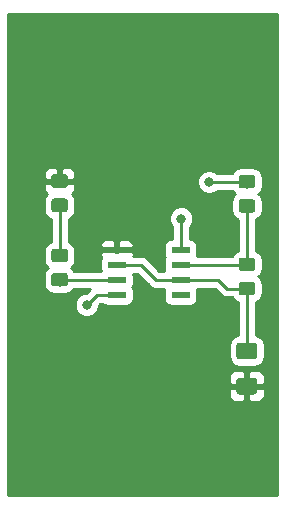
<source format=gbr>
G04 #@! TF.GenerationSoftware,KiCad,Pcbnew,(5.0.0)*
G04 #@! TF.CreationDate,2018-10-15T00:14:37+02:00*
G04 #@! TF.ProjectId,GettingToBlinky,47657474696E67546F426C696E6B792E,rev?*
G04 #@! TF.SameCoordinates,Original*
G04 #@! TF.FileFunction,Copper,L1,Top,Signal*
G04 #@! TF.FilePolarity,Positive*
%FSLAX46Y46*%
G04 Gerber Fmt 4.6, Leading zero omitted, Abs format (unit mm)*
G04 Created by KiCad (PCBNEW (5.0.0)) date 10/15/18 00:14:37*
%MOMM*%
%LPD*%
G01*
G04 APERTURE LIST*
G04 #@! TA.AperFunction,Conductor*
%ADD10C,0.100000*%
G04 #@! TD*
G04 #@! TA.AperFunction,SMDPad,CuDef*
%ADD11C,1.425000*%
G04 #@! TD*
G04 #@! TA.AperFunction,SMDPad,CuDef*
%ADD12C,1.150000*%
G04 #@! TD*
G04 #@! TA.AperFunction,SMDPad,CuDef*
%ADD13R,1.550000X0.600000*%
G04 #@! TD*
G04 #@! TA.AperFunction,ViaPad*
%ADD14C,0.800000*%
G04 #@! TD*
G04 #@! TA.AperFunction,Conductor*
%ADD15C,0.250000*%
G04 #@! TD*
G04 #@! TA.AperFunction,Conductor*
%ADD16C,0.254000*%
G04 #@! TD*
G04 APERTURE END LIST*
D10*
G04 #@! TO.N,GND*
G04 #@! TO.C,C1*
G36*
X195349504Y-128826204D02*
X195373773Y-128829804D01*
X195397571Y-128835765D01*
X195420671Y-128844030D01*
X195442849Y-128854520D01*
X195463893Y-128867133D01*
X195483598Y-128881747D01*
X195501777Y-128898223D01*
X195518253Y-128916402D01*
X195532867Y-128936107D01*
X195545480Y-128957151D01*
X195555970Y-128979329D01*
X195564235Y-129002429D01*
X195570196Y-129026227D01*
X195573796Y-129050496D01*
X195575000Y-129075000D01*
X195575000Y-130000000D01*
X195573796Y-130024504D01*
X195570196Y-130048773D01*
X195564235Y-130072571D01*
X195555970Y-130095671D01*
X195545480Y-130117849D01*
X195532867Y-130138893D01*
X195518253Y-130158598D01*
X195501777Y-130176777D01*
X195483598Y-130193253D01*
X195463893Y-130207867D01*
X195442849Y-130220480D01*
X195420671Y-130230970D01*
X195397571Y-130239235D01*
X195373773Y-130245196D01*
X195349504Y-130248796D01*
X195325000Y-130250000D01*
X194075000Y-130250000D01*
X194050496Y-130248796D01*
X194026227Y-130245196D01*
X194002429Y-130239235D01*
X193979329Y-130230970D01*
X193957151Y-130220480D01*
X193936107Y-130207867D01*
X193916402Y-130193253D01*
X193898223Y-130176777D01*
X193881747Y-130158598D01*
X193867133Y-130138893D01*
X193854520Y-130117849D01*
X193844030Y-130095671D01*
X193835765Y-130072571D01*
X193829804Y-130048773D01*
X193826204Y-130024504D01*
X193825000Y-130000000D01*
X193825000Y-129075000D01*
X193826204Y-129050496D01*
X193829804Y-129026227D01*
X193835765Y-129002429D01*
X193844030Y-128979329D01*
X193854520Y-128957151D01*
X193867133Y-128936107D01*
X193881747Y-128916402D01*
X193898223Y-128898223D01*
X193916402Y-128881747D01*
X193936107Y-128867133D01*
X193957151Y-128854520D01*
X193979329Y-128844030D01*
X194002429Y-128835765D01*
X194026227Y-128829804D01*
X194050496Y-128826204D01*
X194075000Y-128825000D01*
X195325000Y-128825000D01*
X195349504Y-128826204D01*
X195349504Y-128826204D01*
G37*
D11*
G04 #@! TD*
G04 #@! TO.P,C1,2*
G04 #@! TO.N,GND*
X194700000Y-129537500D03*
D10*
G04 #@! TO.N,Net-(C1-Pad1)*
G04 #@! TO.C,C1*
G36*
X195349504Y-125851204D02*
X195373773Y-125854804D01*
X195397571Y-125860765D01*
X195420671Y-125869030D01*
X195442849Y-125879520D01*
X195463893Y-125892133D01*
X195483598Y-125906747D01*
X195501777Y-125923223D01*
X195518253Y-125941402D01*
X195532867Y-125961107D01*
X195545480Y-125982151D01*
X195555970Y-126004329D01*
X195564235Y-126027429D01*
X195570196Y-126051227D01*
X195573796Y-126075496D01*
X195575000Y-126100000D01*
X195575000Y-127025000D01*
X195573796Y-127049504D01*
X195570196Y-127073773D01*
X195564235Y-127097571D01*
X195555970Y-127120671D01*
X195545480Y-127142849D01*
X195532867Y-127163893D01*
X195518253Y-127183598D01*
X195501777Y-127201777D01*
X195483598Y-127218253D01*
X195463893Y-127232867D01*
X195442849Y-127245480D01*
X195420671Y-127255970D01*
X195397571Y-127264235D01*
X195373773Y-127270196D01*
X195349504Y-127273796D01*
X195325000Y-127275000D01*
X194075000Y-127275000D01*
X194050496Y-127273796D01*
X194026227Y-127270196D01*
X194002429Y-127264235D01*
X193979329Y-127255970D01*
X193957151Y-127245480D01*
X193936107Y-127232867D01*
X193916402Y-127218253D01*
X193898223Y-127201777D01*
X193881747Y-127183598D01*
X193867133Y-127163893D01*
X193854520Y-127142849D01*
X193844030Y-127120671D01*
X193835765Y-127097571D01*
X193829804Y-127073773D01*
X193826204Y-127049504D01*
X193825000Y-127025000D01*
X193825000Y-126100000D01*
X193826204Y-126075496D01*
X193829804Y-126051227D01*
X193835765Y-126027429D01*
X193844030Y-126004329D01*
X193854520Y-125982151D01*
X193867133Y-125961107D01*
X193881747Y-125941402D01*
X193898223Y-125923223D01*
X193916402Y-125906747D01*
X193936107Y-125892133D01*
X193957151Y-125879520D01*
X193979329Y-125869030D01*
X194002429Y-125860765D01*
X194026227Y-125854804D01*
X194050496Y-125851204D01*
X194075000Y-125850000D01*
X195325000Y-125850000D01*
X195349504Y-125851204D01*
X195349504Y-125851204D01*
G37*
D11*
G04 #@! TD*
G04 #@! TO.P,C1,1*
G04 #@! TO.N,Net-(C1-Pad1)*
X194700000Y-126562500D03*
D10*
G04 #@! TO.N,Net-(D1-Pad2)*
G04 #@! TO.C,D1*
G36*
X179324505Y-113651204D02*
X179348773Y-113654804D01*
X179372572Y-113660765D01*
X179395671Y-113669030D01*
X179417850Y-113679520D01*
X179438893Y-113692132D01*
X179458599Y-113706747D01*
X179476777Y-113723223D01*
X179493253Y-113741401D01*
X179507868Y-113761107D01*
X179520480Y-113782150D01*
X179530970Y-113804329D01*
X179539235Y-113827428D01*
X179545196Y-113851227D01*
X179548796Y-113875495D01*
X179550000Y-113899999D01*
X179550000Y-114550001D01*
X179548796Y-114574505D01*
X179545196Y-114598773D01*
X179539235Y-114622572D01*
X179530970Y-114645671D01*
X179520480Y-114667850D01*
X179507868Y-114688893D01*
X179493253Y-114708599D01*
X179476777Y-114726777D01*
X179458599Y-114743253D01*
X179438893Y-114757868D01*
X179417850Y-114770480D01*
X179395671Y-114780970D01*
X179372572Y-114789235D01*
X179348773Y-114795196D01*
X179324505Y-114798796D01*
X179300001Y-114800000D01*
X178399999Y-114800000D01*
X178375495Y-114798796D01*
X178351227Y-114795196D01*
X178327428Y-114789235D01*
X178304329Y-114780970D01*
X178282150Y-114770480D01*
X178261107Y-114757868D01*
X178241401Y-114743253D01*
X178223223Y-114726777D01*
X178206747Y-114708599D01*
X178192132Y-114688893D01*
X178179520Y-114667850D01*
X178169030Y-114645671D01*
X178160765Y-114622572D01*
X178154804Y-114598773D01*
X178151204Y-114574505D01*
X178150000Y-114550001D01*
X178150000Y-113899999D01*
X178151204Y-113875495D01*
X178154804Y-113851227D01*
X178160765Y-113827428D01*
X178169030Y-113804329D01*
X178179520Y-113782150D01*
X178192132Y-113761107D01*
X178206747Y-113741401D01*
X178223223Y-113723223D01*
X178241401Y-113706747D01*
X178261107Y-113692132D01*
X178282150Y-113679520D01*
X178304329Y-113669030D01*
X178327428Y-113660765D01*
X178351227Y-113654804D01*
X178375495Y-113651204D01*
X178399999Y-113650000D01*
X179300001Y-113650000D01*
X179324505Y-113651204D01*
X179324505Y-113651204D01*
G37*
D12*
G04 #@! TD*
G04 #@! TO.P,D1,2*
G04 #@! TO.N,Net-(D1-Pad2)*
X178850000Y-114225000D03*
D10*
G04 #@! TO.N,GND*
G04 #@! TO.C,D1*
G36*
X179324505Y-111601204D02*
X179348773Y-111604804D01*
X179372572Y-111610765D01*
X179395671Y-111619030D01*
X179417850Y-111629520D01*
X179438893Y-111642132D01*
X179458599Y-111656747D01*
X179476777Y-111673223D01*
X179493253Y-111691401D01*
X179507868Y-111711107D01*
X179520480Y-111732150D01*
X179530970Y-111754329D01*
X179539235Y-111777428D01*
X179545196Y-111801227D01*
X179548796Y-111825495D01*
X179550000Y-111849999D01*
X179550000Y-112500001D01*
X179548796Y-112524505D01*
X179545196Y-112548773D01*
X179539235Y-112572572D01*
X179530970Y-112595671D01*
X179520480Y-112617850D01*
X179507868Y-112638893D01*
X179493253Y-112658599D01*
X179476777Y-112676777D01*
X179458599Y-112693253D01*
X179438893Y-112707868D01*
X179417850Y-112720480D01*
X179395671Y-112730970D01*
X179372572Y-112739235D01*
X179348773Y-112745196D01*
X179324505Y-112748796D01*
X179300001Y-112750000D01*
X178399999Y-112750000D01*
X178375495Y-112748796D01*
X178351227Y-112745196D01*
X178327428Y-112739235D01*
X178304329Y-112730970D01*
X178282150Y-112720480D01*
X178261107Y-112707868D01*
X178241401Y-112693253D01*
X178223223Y-112676777D01*
X178206747Y-112658599D01*
X178192132Y-112638893D01*
X178179520Y-112617850D01*
X178169030Y-112595671D01*
X178160765Y-112572572D01*
X178154804Y-112548773D01*
X178151204Y-112524505D01*
X178150000Y-112500001D01*
X178150000Y-111849999D01*
X178151204Y-111825495D01*
X178154804Y-111801227D01*
X178160765Y-111777428D01*
X178169030Y-111754329D01*
X178179520Y-111732150D01*
X178192132Y-111711107D01*
X178206747Y-111691401D01*
X178223223Y-111673223D01*
X178241401Y-111656747D01*
X178261107Y-111642132D01*
X178282150Y-111629520D01*
X178304329Y-111619030D01*
X178327428Y-111610765D01*
X178351227Y-111604804D01*
X178375495Y-111601204D01*
X178399999Y-111600000D01*
X179300001Y-111600000D01*
X179324505Y-111601204D01*
X179324505Y-111601204D01*
G37*
D12*
G04 #@! TD*
G04 #@! TO.P,D1,1*
G04 #@! TO.N,GND*
X178850000Y-112175000D03*
D10*
G04 #@! TO.N,Net-(R1-Pad2)*
G04 #@! TO.C,R1*
G36*
X195174505Y-113701204D02*
X195198773Y-113704804D01*
X195222572Y-113710765D01*
X195245671Y-113719030D01*
X195267850Y-113729520D01*
X195288893Y-113742132D01*
X195308599Y-113756747D01*
X195326777Y-113773223D01*
X195343253Y-113791401D01*
X195357868Y-113811107D01*
X195370480Y-113832150D01*
X195380970Y-113854329D01*
X195389235Y-113877428D01*
X195395196Y-113901227D01*
X195398796Y-113925495D01*
X195400000Y-113949999D01*
X195400000Y-114600001D01*
X195398796Y-114624505D01*
X195395196Y-114648773D01*
X195389235Y-114672572D01*
X195380970Y-114695671D01*
X195370480Y-114717850D01*
X195357868Y-114738893D01*
X195343253Y-114758599D01*
X195326777Y-114776777D01*
X195308599Y-114793253D01*
X195288893Y-114807868D01*
X195267850Y-114820480D01*
X195245671Y-114830970D01*
X195222572Y-114839235D01*
X195198773Y-114845196D01*
X195174505Y-114848796D01*
X195150001Y-114850000D01*
X194249999Y-114850000D01*
X194225495Y-114848796D01*
X194201227Y-114845196D01*
X194177428Y-114839235D01*
X194154329Y-114830970D01*
X194132150Y-114820480D01*
X194111107Y-114807868D01*
X194091401Y-114793253D01*
X194073223Y-114776777D01*
X194056747Y-114758599D01*
X194042132Y-114738893D01*
X194029520Y-114717850D01*
X194019030Y-114695671D01*
X194010765Y-114672572D01*
X194004804Y-114648773D01*
X194001204Y-114624505D01*
X194000000Y-114600001D01*
X194000000Y-113949999D01*
X194001204Y-113925495D01*
X194004804Y-113901227D01*
X194010765Y-113877428D01*
X194019030Y-113854329D01*
X194029520Y-113832150D01*
X194042132Y-113811107D01*
X194056747Y-113791401D01*
X194073223Y-113773223D01*
X194091401Y-113756747D01*
X194111107Y-113742132D01*
X194132150Y-113729520D01*
X194154329Y-113719030D01*
X194177428Y-113710765D01*
X194201227Y-113704804D01*
X194225495Y-113701204D01*
X194249999Y-113700000D01*
X195150001Y-113700000D01*
X195174505Y-113701204D01*
X195174505Y-113701204D01*
G37*
D12*
G04 #@! TD*
G04 #@! TO.P,R1,2*
G04 #@! TO.N,Net-(R1-Pad2)*
X194700000Y-114275000D03*
D10*
G04 #@! TO.N,/VDD*
G04 #@! TO.C,R1*
G36*
X195174505Y-111651204D02*
X195198773Y-111654804D01*
X195222572Y-111660765D01*
X195245671Y-111669030D01*
X195267850Y-111679520D01*
X195288893Y-111692132D01*
X195308599Y-111706747D01*
X195326777Y-111723223D01*
X195343253Y-111741401D01*
X195357868Y-111761107D01*
X195370480Y-111782150D01*
X195380970Y-111804329D01*
X195389235Y-111827428D01*
X195395196Y-111851227D01*
X195398796Y-111875495D01*
X195400000Y-111899999D01*
X195400000Y-112550001D01*
X195398796Y-112574505D01*
X195395196Y-112598773D01*
X195389235Y-112622572D01*
X195380970Y-112645671D01*
X195370480Y-112667850D01*
X195357868Y-112688893D01*
X195343253Y-112708599D01*
X195326777Y-112726777D01*
X195308599Y-112743253D01*
X195288893Y-112757868D01*
X195267850Y-112770480D01*
X195245671Y-112780970D01*
X195222572Y-112789235D01*
X195198773Y-112795196D01*
X195174505Y-112798796D01*
X195150001Y-112800000D01*
X194249999Y-112800000D01*
X194225495Y-112798796D01*
X194201227Y-112795196D01*
X194177428Y-112789235D01*
X194154329Y-112780970D01*
X194132150Y-112770480D01*
X194111107Y-112757868D01*
X194091401Y-112743253D01*
X194073223Y-112726777D01*
X194056747Y-112708599D01*
X194042132Y-112688893D01*
X194029520Y-112667850D01*
X194019030Y-112645671D01*
X194010765Y-112622572D01*
X194004804Y-112598773D01*
X194001204Y-112574505D01*
X194000000Y-112550001D01*
X194000000Y-111899999D01*
X194001204Y-111875495D01*
X194004804Y-111851227D01*
X194010765Y-111827428D01*
X194019030Y-111804329D01*
X194029520Y-111782150D01*
X194042132Y-111761107D01*
X194056747Y-111741401D01*
X194073223Y-111723223D01*
X194091401Y-111706747D01*
X194111107Y-111692132D01*
X194132150Y-111679520D01*
X194154329Y-111669030D01*
X194177428Y-111660765D01*
X194201227Y-111654804D01*
X194225495Y-111651204D01*
X194249999Y-111650000D01*
X195150001Y-111650000D01*
X195174505Y-111651204D01*
X195174505Y-111651204D01*
G37*
D12*
G04 #@! TD*
G04 #@! TO.P,R1,1*
G04 #@! TO.N,/VDD*
X194700000Y-112225000D03*
D10*
G04 #@! TO.N,Net-(C1-Pad1)*
G04 #@! TO.C,R2*
G36*
X195174505Y-120701204D02*
X195198773Y-120704804D01*
X195222572Y-120710765D01*
X195245671Y-120719030D01*
X195267850Y-120729520D01*
X195288893Y-120742132D01*
X195308599Y-120756747D01*
X195326777Y-120773223D01*
X195343253Y-120791401D01*
X195357868Y-120811107D01*
X195370480Y-120832150D01*
X195380970Y-120854329D01*
X195389235Y-120877428D01*
X195395196Y-120901227D01*
X195398796Y-120925495D01*
X195400000Y-120949999D01*
X195400000Y-121600001D01*
X195398796Y-121624505D01*
X195395196Y-121648773D01*
X195389235Y-121672572D01*
X195380970Y-121695671D01*
X195370480Y-121717850D01*
X195357868Y-121738893D01*
X195343253Y-121758599D01*
X195326777Y-121776777D01*
X195308599Y-121793253D01*
X195288893Y-121807868D01*
X195267850Y-121820480D01*
X195245671Y-121830970D01*
X195222572Y-121839235D01*
X195198773Y-121845196D01*
X195174505Y-121848796D01*
X195150001Y-121850000D01*
X194249999Y-121850000D01*
X194225495Y-121848796D01*
X194201227Y-121845196D01*
X194177428Y-121839235D01*
X194154329Y-121830970D01*
X194132150Y-121820480D01*
X194111107Y-121807868D01*
X194091401Y-121793253D01*
X194073223Y-121776777D01*
X194056747Y-121758599D01*
X194042132Y-121738893D01*
X194029520Y-121717850D01*
X194019030Y-121695671D01*
X194010765Y-121672572D01*
X194004804Y-121648773D01*
X194001204Y-121624505D01*
X194000000Y-121600001D01*
X194000000Y-120949999D01*
X194001204Y-120925495D01*
X194004804Y-120901227D01*
X194010765Y-120877428D01*
X194019030Y-120854329D01*
X194029520Y-120832150D01*
X194042132Y-120811107D01*
X194056747Y-120791401D01*
X194073223Y-120773223D01*
X194091401Y-120756747D01*
X194111107Y-120742132D01*
X194132150Y-120729520D01*
X194154329Y-120719030D01*
X194177428Y-120710765D01*
X194201227Y-120704804D01*
X194225495Y-120701204D01*
X194249999Y-120700000D01*
X195150001Y-120700000D01*
X195174505Y-120701204D01*
X195174505Y-120701204D01*
G37*
D12*
G04 #@! TD*
G04 #@! TO.P,R2,2*
G04 #@! TO.N,Net-(C1-Pad1)*
X194700000Y-121275000D03*
D10*
G04 #@! TO.N,Net-(R1-Pad2)*
G04 #@! TO.C,R2*
G36*
X195174505Y-118651204D02*
X195198773Y-118654804D01*
X195222572Y-118660765D01*
X195245671Y-118669030D01*
X195267850Y-118679520D01*
X195288893Y-118692132D01*
X195308599Y-118706747D01*
X195326777Y-118723223D01*
X195343253Y-118741401D01*
X195357868Y-118761107D01*
X195370480Y-118782150D01*
X195380970Y-118804329D01*
X195389235Y-118827428D01*
X195395196Y-118851227D01*
X195398796Y-118875495D01*
X195400000Y-118899999D01*
X195400000Y-119550001D01*
X195398796Y-119574505D01*
X195395196Y-119598773D01*
X195389235Y-119622572D01*
X195380970Y-119645671D01*
X195370480Y-119667850D01*
X195357868Y-119688893D01*
X195343253Y-119708599D01*
X195326777Y-119726777D01*
X195308599Y-119743253D01*
X195288893Y-119757868D01*
X195267850Y-119770480D01*
X195245671Y-119780970D01*
X195222572Y-119789235D01*
X195198773Y-119795196D01*
X195174505Y-119798796D01*
X195150001Y-119800000D01*
X194249999Y-119800000D01*
X194225495Y-119798796D01*
X194201227Y-119795196D01*
X194177428Y-119789235D01*
X194154329Y-119780970D01*
X194132150Y-119770480D01*
X194111107Y-119757868D01*
X194091401Y-119743253D01*
X194073223Y-119726777D01*
X194056747Y-119708599D01*
X194042132Y-119688893D01*
X194029520Y-119667850D01*
X194019030Y-119645671D01*
X194010765Y-119622572D01*
X194004804Y-119598773D01*
X194001204Y-119574505D01*
X194000000Y-119550001D01*
X194000000Y-118899999D01*
X194001204Y-118875495D01*
X194004804Y-118851227D01*
X194010765Y-118827428D01*
X194019030Y-118804329D01*
X194029520Y-118782150D01*
X194042132Y-118761107D01*
X194056747Y-118741401D01*
X194073223Y-118723223D01*
X194091401Y-118706747D01*
X194111107Y-118692132D01*
X194132150Y-118679520D01*
X194154329Y-118669030D01*
X194177428Y-118660765D01*
X194201227Y-118654804D01*
X194225495Y-118651204D01*
X194249999Y-118650000D01*
X195150001Y-118650000D01*
X195174505Y-118651204D01*
X195174505Y-118651204D01*
G37*
D12*
G04 #@! TD*
G04 #@! TO.P,R2,1*
G04 #@! TO.N,Net-(R1-Pad2)*
X194700000Y-119225000D03*
D10*
G04 #@! TO.N,Net-(R3-Pad1)*
G04 #@! TO.C,R3*
G36*
X179324505Y-119951204D02*
X179348773Y-119954804D01*
X179372572Y-119960765D01*
X179395671Y-119969030D01*
X179417850Y-119979520D01*
X179438893Y-119992132D01*
X179458599Y-120006747D01*
X179476777Y-120023223D01*
X179493253Y-120041401D01*
X179507868Y-120061107D01*
X179520480Y-120082150D01*
X179530970Y-120104329D01*
X179539235Y-120127428D01*
X179545196Y-120151227D01*
X179548796Y-120175495D01*
X179550000Y-120199999D01*
X179550000Y-120850001D01*
X179548796Y-120874505D01*
X179545196Y-120898773D01*
X179539235Y-120922572D01*
X179530970Y-120945671D01*
X179520480Y-120967850D01*
X179507868Y-120988893D01*
X179493253Y-121008599D01*
X179476777Y-121026777D01*
X179458599Y-121043253D01*
X179438893Y-121057868D01*
X179417850Y-121070480D01*
X179395671Y-121080970D01*
X179372572Y-121089235D01*
X179348773Y-121095196D01*
X179324505Y-121098796D01*
X179300001Y-121100000D01*
X178399999Y-121100000D01*
X178375495Y-121098796D01*
X178351227Y-121095196D01*
X178327428Y-121089235D01*
X178304329Y-121080970D01*
X178282150Y-121070480D01*
X178261107Y-121057868D01*
X178241401Y-121043253D01*
X178223223Y-121026777D01*
X178206747Y-121008599D01*
X178192132Y-120988893D01*
X178179520Y-120967850D01*
X178169030Y-120945671D01*
X178160765Y-120922572D01*
X178154804Y-120898773D01*
X178151204Y-120874505D01*
X178150000Y-120850001D01*
X178150000Y-120199999D01*
X178151204Y-120175495D01*
X178154804Y-120151227D01*
X178160765Y-120127428D01*
X178169030Y-120104329D01*
X178179520Y-120082150D01*
X178192132Y-120061107D01*
X178206747Y-120041401D01*
X178223223Y-120023223D01*
X178241401Y-120006747D01*
X178261107Y-119992132D01*
X178282150Y-119979520D01*
X178304329Y-119969030D01*
X178327428Y-119960765D01*
X178351227Y-119954804D01*
X178375495Y-119951204D01*
X178399999Y-119950000D01*
X179300001Y-119950000D01*
X179324505Y-119951204D01*
X179324505Y-119951204D01*
G37*
D12*
G04 #@! TD*
G04 #@! TO.P,R3,1*
G04 #@! TO.N,Net-(R3-Pad1)*
X178850000Y-120525000D03*
D10*
G04 #@! TO.N,Net-(D1-Pad2)*
G04 #@! TO.C,R3*
G36*
X179324505Y-117901204D02*
X179348773Y-117904804D01*
X179372572Y-117910765D01*
X179395671Y-117919030D01*
X179417850Y-117929520D01*
X179438893Y-117942132D01*
X179458599Y-117956747D01*
X179476777Y-117973223D01*
X179493253Y-117991401D01*
X179507868Y-118011107D01*
X179520480Y-118032150D01*
X179530970Y-118054329D01*
X179539235Y-118077428D01*
X179545196Y-118101227D01*
X179548796Y-118125495D01*
X179550000Y-118149999D01*
X179550000Y-118800001D01*
X179548796Y-118824505D01*
X179545196Y-118848773D01*
X179539235Y-118872572D01*
X179530970Y-118895671D01*
X179520480Y-118917850D01*
X179507868Y-118938893D01*
X179493253Y-118958599D01*
X179476777Y-118976777D01*
X179458599Y-118993253D01*
X179438893Y-119007868D01*
X179417850Y-119020480D01*
X179395671Y-119030970D01*
X179372572Y-119039235D01*
X179348773Y-119045196D01*
X179324505Y-119048796D01*
X179300001Y-119050000D01*
X178399999Y-119050000D01*
X178375495Y-119048796D01*
X178351227Y-119045196D01*
X178327428Y-119039235D01*
X178304329Y-119030970D01*
X178282150Y-119020480D01*
X178261107Y-119007868D01*
X178241401Y-118993253D01*
X178223223Y-118976777D01*
X178206747Y-118958599D01*
X178192132Y-118938893D01*
X178179520Y-118917850D01*
X178169030Y-118895671D01*
X178160765Y-118872572D01*
X178154804Y-118848773D01*
X178151204Y-118824505D01*
X178150000Y-118800001D01*
X178150000Y-118149999D01*
X178151204Y-118125495D01*
X178154804Y-118101227D01*
X178160765Y-118077428D01*
X178169030Y-118054329D01*
X178179520Y-118032150D01*
X178192132Y-118011107D01*
X178206747Y-117991401D01*
X178223223Y-117973223D01*
X178241401Y-117956747D01*
X178261107Y-117942132D01*
X178282150Y-117929520D01*
X178304329Y-117919030D01*
X178327428Y-117910765D01*
X178351227Y-117904804D01*
X178375495Y-117901204D01*
X178399999Y-117900000D01*
X179300001Y-117900000D01*
X179324505Y-117901204D01*
X179324505Y-117901204D01*
G37*
D12*
G04 #@! TD*
G04 #@! TO.P,R3,2*
G04 #@! TO.N,Net-(D1-Pad2)*
X178850000Y-118475000D03*
D13*
G04 #@! TO.P,U1,1*
G04 #@! TO.N,GND*
X183700000Y-117995000D03*
G04 #@! TO.P,U1,2*
G04 #@! TO.N,Net-(C1-Pad1)*
X183700000Y-119265000D03*
G04 #@! TO.P,U1,3*
G04 #@! TO.N,Net-(R3-Pad1)*
X183700000Y-120535000D03*
G04 #@! TO.P,U1,4*
G04 #@! TO.N,/VDD*
X183700000Y-121805000D03*
G04 #@! TO.P,U1,5*
G04 #@! TO.N,Net-(U1-Pad5)*
X189100000Y-121805000D03*
G04 #@! TO.P,U1,6*
G04 #@! TO.N,Net-(C1-Pad1)*
X189100000Y-120535000D03*
G04 #@! TO.P,U1,7*
G04 #@! TO.N,Net-(R1-Pad2)*
X189100000Y-119265000D03*
G04 #@! TO.P,U1,8*
G04 #@! TO.N,/VDD*
X189100000Y-117995000D03*
G04 #@! TD*
D14*
G04 #@! TO.N,/VDD*
X189150000Y-115350000D03*
X191500000Y-112250000D03*
X181150000Y-122650000D03*
G04 #@! TO.N,GND*
X185900000Y-129200000D03*
G04 #@! TD*
D15*
G04 #@! TO.N,/VDD*
X189100000Y-117995000D02*
X189100000Y-115400000D01*
X189100000Y-115400000D02*
X189150000Y-115350000D01*
X194700000Y-112225000D02*
X191525000Y-112225000D01*
X191525000Y-112225000D02*
X191500000Y-112250000D01*
X183700000Y-121805000D02*
X181995000Y-121805000D01*
X181995000Y-121805000D02*
X181150000Y-122650000D01*
G04 #@! TO.N,Net-(C1-Pad1)*
X194700000Y-121275000D02*
X194700000Y-126562500D01*
X183700000Y-119265000D02*
X185715000Y-119265000D01*
X186985000Y-120535000D02*
X189100000Y-120535000D01*
X185715000Y-119265000D02*
X186985000Y-120535000D01*
X189100000Y-120535000D02*
X192300000Y-120535000D01*
X193040000Y-121275000D02*
X194700000Y-121275000D01*
X192300000Y-120535000D02*
X193040000Y-121275000D01*
G04 #@! TO.N,Net-(D1-Pad2)*
X178850000Y-114225000D02*
X178850000Y-118475000D01*
G04 #@! TO.N,Net-(R1-Pad2)*
X189100000Y-119265000D02*
X194660000Y-119265000D01*
X194660000Y-119265000D02*
X194700000Y-119225000D01*
X194700000Y-114275000D02*
X194700000Y-119225000D01*
G04 #@! TO.N,Net-(R3-Pad1)*
X183700000Y-120535000D02*
X178860000Y-120535000D01*
X178860000Y-120535000D02*
X178850000Y-120525000D01*
G04 #@! TD*
D16*
G04 #@! TO.N,GND*
G36*
X197290001Y-138790000D02*
X174510000Y-138790000D01*
X174510000Y-129823250D01*
X193190000Y-129823250D01*
X193190000Y-130376309D01*
X193286673Y-130609698D01*
X193465301Y-130788327D01*
X193698690Y-130885000D01*
X194414250Y-130885000D01*
X194573000Y-130726250D01*
X194573000Y-129664500D01*
X194827000Y-129664500D01*
X194827000Y-130726250D01*
X194985750Y-130885000D01*
X195701310Y-130885000D01*
X195934699Y-130788327D01*
X196113327Y-130609698D01*
X196210000Y-130376309D01*
X196210000Y-129823250D01*
X196051250Y-129664500D01*
X194827000Y-129664500D01*
X194573000Y-129664500D01*
X193348750Y-129664500D01*
X193190000Y-129823250D01*
X174510000Y-129823250D01*
X174510000Y-128698691D01*
X193190000Y-128698691D01*
X193190000Y-129251750D01*
X193348750Y-129410500D01*
X194573000Y-129410500D01*
X194573000Y-128348750D01*
X194827000Y-128348750D01*
X194827000Y-129410500D01*
X196051250Y-129410500D01*
X196210000Y-129251750D01*
X196210000Y-128698691D01*
X196113327Y-128465302D01*
X195934699Y-128286673D01*
X195701310Y-128190000D01*
X194985750Y-128190000D01*
X194827000Y-128348750D01*
X194573000Y-128348750D01*
X194414250Y-128190000D01*
X193698690Y-128190000D01*
X193465301Y-128286673D01*
X193286673Y-128465302D01*
X193190000Y-128698691D01*
X174510000Y-128698691D01*
X174510000Y-113899999D01*
X177502560Y-113899999D01*
X177502560Y-114550001D01*
X177570873Y-114893436D01*
X177765414Y-115184586D01*
X178056564Y-115379127D01*
X178090000Y-115385778D01*
X178090001Y-117314222D01*
X178056564Y-117320873D01*
X177765414Y-117515414D01*
X177570873Y-117806564D01*
X177502560Y-118149999D01*
X177502560Y-118800001D01*
X177570873Y-119143436D01*
X177765414Y-119434586D01*
X177863313Y-119500000D01*
X177765414Y-119565414D01*
X177570873Y-119856564D01*
X177502560Y-120199999D01*
X177502560Y-120850001D01*
X177570873Y-121193436D01*
X177765414Y-121484586D01*
X178056564Y-121679127D01*
X178399999Y-121747440D01*
X179300001Y-121747440D01*
X179643436Y-121679127D01*
X179934586Y-121484586D01*
X180061264Y-121295000D01*
X181421728Y-121295000D01*
X181404673Y-121320525D01*
X181110198Y-121615000D01*
X180944126Y-121615000D01*
X180563720Y-121772569D01*
X180272569Y-122063720D01*
X180115000Y-122444126D01*
X180115000Y-122855874D01*
X180272569Y-123236280D01*
X180563720Y-123527431D01*
X180944126Y-123685000D01*
X181355874Y-123685000D01*
X181736280Y-123527431D01*
X182027431Y-123236280D01*
X182185000Y-122855874D01*
X182185000Y-122689802D01*
X182309802Y-122565000D01*
X182470470Y-122565000D01*
X182677235Y-122703157D01*
X182925000Y-122752440D01*
X184475000Y-122752440D01*
X184722765Y-122703157D01*
X184932809Y-122562809D01*
X185073157Y-122352765D01*
X185122440Y-122105000D01*
X185122440Y-121505000D01*
X185073157Y-121257235D01*
X185014868Y-121170000D01*
X185073157Y-121082765D01*
X185122440Y-120835000D01*
X185122440Y-120235000D01*
X185080669Y-120025000D01*
X185400199Y-120025000D01*
X186394670Y-121019472D01*
X186437071Y-121082929D01*
X186688463Y-121250904D01*
X186910148Y-121295000D01*
X186910152Y-121295000D01*
X186984999Y-121309888D01*
X187059846Y-121295000D01*
X187719331Y-121295000D01*
X187677560Y-121505000D01*
X187677560Y-122105000D01*
X187726843Y-122352765D01*
X187867191Y-122562809D01*
X188077235Y-122703157D01*
X188325000Y-122752440D01*
X189875000Y-122752440D01*
X190122765Y-122703157D01*
X190332809Y-122562809D01*
X190473157Y-122352765D01*
X190522440Y-122105000D01*
X190522440Y-121505000D01*
X190480669Y-121295000D01*
X191985199Y-121295000D01*
X192449671Y-121759473D01*
X192492071Y-121822929D01*
X192743463Y-121990904D01*
X192965148Y-122035000D01*
X192965152Y-122035000D01*
X193039999Y-122049888D01*
X193114846Y-122035000D01*
X193482054Y-122035000D01*
X193615414Y-122234586D01*
X193906564Y-122429127D01*
X193940000Y-122435778D01*
X193940001Y-125229413D01*
X193731565Y-125270874D01*
X193440414Y-125465414D01*
X193245874Y-125756565D01*
X193177560Y-126100000D01*
X193177560Y-127025000D01*
X193245874Y-127368435D01*
X193440414Y-127659586D01*
X193731565Y-127854126D01*
X194075000Y-127922440D01*
X195325000Y-127922440D01*
X195668435Y-127854126D01*
X195959586Y-127659586D01*
X196154126Y-127368435D01*
X196222440Y-127025000D01*
X196222440Y-126100000D01*
X196154126Y-125756565D01*
X195959586Y-125465414D01*
X195668435Y-125270874D01*
X195460000Y-125229413D01*
X195460000Y-122435778D01*
X195493436Y-122429127D01*
X195784586Y-122234586D01*
X195979127Y-121943436D01*
X196047440Y-121600001D01*
X196047440Y-120949999D01*
X195979127Y-120606564D01*
X195784586Y-120315414D01*
X195686687Y-120250000D01*
X195784586Y-120184586D01*
X195979127Y-119893436D01*
X196047440Y-119550001D01*
X196047440Y-118899999D01*
X195979127Y-118556564D01*
X195784586Y-118265414D01*
X195493436Y-118070873D01*
X195460000Y-118064222D01*
X195460000Y-115435778D01*
X195493436Y-115429127D01*
X195784586Y-115234586D01*
X195979127Y-114943436D01*
X196047440Y-114600001D01*
X196047440Y-113949999D01*
X195979127Y-113606564D01*
X195784586Y-113315414D01*
X195686687Y-113250000D01*
X195784586Y-113184586D01*
X195979127Y-112893436D01*
X196047440Y-112550001D01*
X196047440Y-111899999D01*
X195979127Y-111556564D01*
X195784586Y-111265414D01*
X195493436Y-111070873D01*
X195150001Y-111002560D01*
X194249999Y-111002560D01*
X193906564Y-111070873D01*
X193615414Y-111265414D01*
X193482054Y-111465000D01*
X192178711Y-111465000D01*
X192086280Y-111372569D01*
X191705874Y-111215000D01*
X191294126Y-111215000D01*
X190913720Y-111372569D01*
X190622569Y-111663720D01*
X190465000Y-112044126D01*
X190465000Y-112455874D01*
X190622569Y-112836280D01*
X190913720Y-113127431D01*
X191294126Y-113285000D01*
X191705874Y-113285000D01*
X192086280Y-113127431D01*
X192228711Y-112985000D01*
X193482054Y-112985000D01*
X193615414Y-113184586D01*
X193713313Y-113250000D01*
X193615414Y-113315414D01*
X193420873Y-113606564D01*
X193352560Y-113949999D01*
X193352560Y-114600001D01*
X193420873Y-114943436D01*
X193615414Y-115234586D01*
X193906564Y-115429127D01*
X193940000Y-115435778D01*
X193940001Y-118064222D01*
X193906564Y-118070873D01*
X193615414Y-118265414D01*
X193455327Y-118505000D01*
X190480669Y-118505000D01*
X190522440Y-118295000D01*
X190522440Y-117695000D01*
X190473157Y-117447235D01*
X190332809Y-117237191D01*
X190122765Y-117096843D01*
X189875000Y-117047560D01*
X189860000Y-117047560D01*
X189860000Y-116103711D01*
X190027431Y-115936280D01*
X190185000Y-115555874D01*
X190185000Y-115144126D01*
X190027431Y-114763720D01*
X189736280Y-114472569D01*
X189355874Y-114315000D01*
X188944126Y-114315000D01*
X188563720Y-114472569D01*
X188272569Y-114763720D01*
X188115000Y-115144126D01*
X188115000Y-115555874D01*
X188272569Y-115936280D01*
X188340001Y-116003712D01*
X188340000Y-117047560D01*
X188325000Y-117047560D01*
X188077235Y-117096843D01*
X187867191Y-117237191D01*
X187726843Y-117447235D01*
X187677560Y-117695000D01*
X187677560Y-118295000D01*
X187726843Y-118542765D01*
X187785132Y-118630000D01*
X187726843Y-118717235D01*
X187677560Y-118965000D01*
X187677560Y-119565000D01*
X187719331Y-119775000D01*
X187299802Y-119775000D01*
X186305331Y-118780530D01*
X186262929Y-118717071D01*
X186011537Y-118549096D01*
X185789852Y-118505000D01*
X185789847Y-118505000D01*
X185715000Y-118490112D01*
X185640153Y-118505000D01*
X185075334Y-118505000D01*
X185110000Y-118421310D01*
X185110000Y-118280750D01*
X184951250Y-118122000D01*
X183827000Y-118122000D01*
X183827000Y-118142000D01*
X183573000Y-118142000D01*
X183573000Y-118122000D01*
X182448750Y-118122000D01*
X182290000Y-118280750D01*
X182290000Y-118421310D01*
X182379768Y-118638028D01*
X182326843Y-118717235D01*
X182277560Y-118965000D01*
X182277560Y-119565000D01*
X182319331Y-119775000D01*
X180074627Y-119775000D01*
X179934586Y-119565414D01*
X179836687Y-119500000D01*
X179934586Y-119434586D01*
X180129127Y-119143436D01*
X180197440Y-118800001D01*
X180197440Y-118149999D01*
X180129127Y-117806564D01*
X179970185Y-117568690D01*
X182290000Y-117568690D01*
X182290000Y-117709250D01*
X182448750Y-117868000D01*
X183573000Y-117868000D01*
X183573000Y-117218750D01*
X183827000Y-117218750D01*
X183827000Y-117868000D01*
X184951250Y-117868000D01*
X185110000Y-117709250D01*
X185110000Y-117568690D01*
X185013327Y-117335301D01*
X184834698Y-117156673D01*
X184601309Y-117060000D01*
X183985750Y-117060000D01*
X183827000Y-117218750D01*
X183573000Y-117218750D01*
X183414250Y-117060000D01*
X182798691Y-117060000D01*
X182565302Y-117156673D01*
X182386673Y-117335301D01*
X182290000Y-117568690D01*
X179970185Y-117568690D01*
X179934586Y-117515414D01*
X179643436Y-117320873D01*
X179610000Y-117314222D01*
X179610000Y-115385778D01*
X179643436Y-115379127D01*
X179934586Y-115184586D01*
X180129127Y-114893436D01*
X180197440Y-114550001D01*
X180197440Y-113899999D01*
X180129127Y-113556564D01*
X179934586Y-113265414D01*
X179933403Y-113264623D01*
X180088327Y-113109698D01*
X180185000Y-112876309D01*
X180185000Y-112460750D01*
X180026250Y-112302000D01*
X178977000Y-112302000D01*
X178977000Y-112322000D01*
X178723000Y-112322000D01*
X178723000Y-112302000D01*
X177673750Y-112302000D01*
X177515000Y-112460750D01*
X177515000Y-112876309D01*
X177611673Y-113109698D01*
X177766597Y-113264623D01*
X177765414Y-113265414D01*
X177570873Y-113556564D01*
X177502560Y-113899999D01*
X174510000Y-113899999D01*
X174510000Y-111473691D01*
X177515000Y-111473691D01*
X177515000Y-111889250D01*
X177673750Y-112048000D01*
X178723000Y-112048000D01*
X178723000Y-111123750D01*
X178977000Y-111123750D01*
X178977000Y-112048000D01*
X180026250Y-112048000D01*
X180185000Y-111889250D01*
X180185000Y-111473691D01*
X180088327Y-111240302D01*
X179909699Y-111061673D01*
X179676310Y-110965000D01*
X179135750Y-110965000D01*
X178977000Y-111123750D01*
X178723000Y-111123750D01*
X178564250Y-110965000D01*
X178023690Y-110965000D01*
X177790301Y-111061673D01*
X177611673Y-111240302D01*
X177515000Y-111473691D01*
X174510000Y-111473691D01*
X174510000Y-98010000D01*
X197290000Y-98010000D01*
X197290001Y-138790000D01*
X197290001Y-138790000D01*
G37*
X197290001Y-138790000D02*
X174510000Y-138790000D01*
X174510000Y-129823250D01*
X193190000Y-129823250D01*
X193190000Y-130376309D01*
X193286673Y-130609698D01*
X193465301Y-130788327D01*
X193698690Y-130885000D01*
X194414250Y-130885000D01*
X194573000Y-130726250D01*
X194573000Y-129664500D01*
X194827000Y-129664500D01*
X194827000Y-130726250D01*
X194985750Y-130885000D01*
X195701310Y-130885000D01*
X195934699Y-130788327D01*
X196113327Y-130609698D01*
X196210000Y-130376309D01*
X196210000Y-129823250D01*
X196051250Y-129664500D01*
X194827000Y-129664500D01*
X194573000Y-129664500D01*
X193348750Y-129664500D01*
X193190000Y-129823250D01*
X174510000Y-129823250D01*
X174510000Y-128698691D01*
X193190000Y-128698691D01*
X193190000Y-129251750D01*
X193348750Y-129410500D01*
X194573000Y-129410500D01*
X194573000Y-128348750D01*
X194827000Y-128348750D01*
X194827000Y-129410500D01*
X196051250Y-129410500D01*
X196210000Y-129251750D01*
X196210000Y-128698691D01*
X196113327Y-128465302D01*
X195934699Y-128286673D01*
X195701310Y-128190000D01*
X194985750Y-128190000D01*
X194827000Y-128348750D01*
X194573000Y-128348750D01*
X194414250Y-128190000D01*
X193698690Y-128190000D01*
X193465301Y-128286673D01*
X193286673Y-128465302D01*
X193190000Y-128698691D01*
X174510000Y-128698691D01*
X174510000Y-113899999D01*
X177502560Y-113899999D01*
X177502560Y-114550001D01*
X177570873Y-114893436D01*
X177765414Y-115184586D01*
X178056564Y-115379127D01*
X178090000Y-115385778D01*
X178090001Y-117314222D01*
X178056564Y-117320873D01*
X177765414Y-117515414D01*
X177570873Y-117806564D01*
X177502560Y-118149999D01*
X177502560Y-118800001D01*
X177570873Y-119143436D01*
X177765414Y-119434586D01*
X177863313Y-119500000D01*
X177765414Y-119565414D01*
X177570873Y-119856564D01*
X177502560Y-120199999D01*
X177502560Y-120850001D01*
X177570873Y-121193436D01*
X177765414Y-121484586D01*
X178056564Y-121679127D01*
X178399999Y-121747440D01*
X179300001Y-121747440D01*
X179643436Y-121679127D01*
X179934586Y-121484586D01*
X180061264Y-121295000D01*
X181421728Y-121295000D01*
X181404673Y-121320525D01*
X181110198Y-121615000D01*
X180944126Y-121615000D01*
X180563720Y-121772569D01*
X180272569Y-122063720D01*
X180115000Y-122444126D01*
X180115000Y-122855874D01*
X180272569Y-123236280D01*
X180563720Y-123527431D01*
X180944126Y-123685000D01*
X181355874Y-123685000D01*
X181736280Y-123527431D01*
X182027431Y-123236280D01*
X182185000Y-122855874D01*
X182185000Y-122689802D01*
X182309802Y-122565000D01*
X182470470Y-122565000D01*
X182677235Y-122703157D01*
X182925000Y-122752440D01*
X184475000Y-122752440D01*
X184722765Y-122703157D01*
X184932809Y-122562809D01*
X185073157Y-122352765D01*
X185122440Y-122105000D01*
X185122440Y-121505000D01*
X185073157Y-121257235D01*
X185014868Y-121170000D01*
X185073157Y-121082765D01*
X185122440Y-120835000D01*
X185122440Y-120235000D01*
X185080669Y-120025000D01*
X185400199Y-120025000D01*
X186394670Y-121019472D01*
X186437071Y-121082929D01*
X186688463Y-121250904D01*
X186910148Y-121295000D01*
X186910152Y-121295000D01*
X186984999Y-121309888D01*
X187059846Y-121295000D01*
X187719331Y-121295000D01*
X187677560Y-121505000D01*
X187677560Y-122105000D01*
X187726843Y-122352765D01*
X187867191Y-122562809D01*
X188077235Y-122703157D01*
X188325000Y-122752440D01*
X189875000Y-122752440D01*
X190122765Y-122703157D01*
X190332809Y-122562809D01*
X190473157Y-122352765D01*
X190522440Y-122105000D01*
X190522440Y-121505000D01*
X190480669Y-121295000D01*
X191985199Y-121295000D01*
X192449671Y-121759473D01*
X192492071Y-121822929D01*
X192743463Y-121990904D01*
X192965148Y-122035000D01*
X192965152Y-122035000D01*
X193039999Y-122049888D01*
X193114846Y-122035000D01*
X193482054Y-122035000D01*
X193615414Y-122234586D01*
X193906564Y-122429127D01*
X193940000Y-122435778D01*
X193940001Y-125229413D01*
X193731565Y-125270874D01*
X193440414Y-125465414D01*
X193245874Y-125756565D01*
X193177560Y-126100000D01*
X193177560Y-127025000D01*
X193245874Y-127368435D01*
X193440414Y-127659586D01*
X193731565Y-127854126D01*
X194075000Y-127922440D01*
X195325000Y-127922440D01*
X195668435Y-127854126D01*
X195959586Y-127659586D01*
X196154126Y-127368435D01*
X196222440Y-127025000D01*
X196222440Y-126100000D01*
X196154126Y-125756565D01*
X195959586Y-125465414D01*
X195668435Y-125270874D01*
X195460000Y-125229413D01*
X195460000Y-122435778D01*
X195493436Y-122429127D01*
X195784586Y-122234586D01*
X195979127Y-121943436D01*
X196047440Y-121600001D01*
X196047440Y-120949999D01*
X195979127Y-120606564D01*
X195784586Y-120315414D01*
X195686687Y-120250000D01*
X195784586Y-120184586D01*
X195979127Y-119893436D01*
X196047440Y-119550001D01*
X196047440Y-118899999D01*
X195979127Y-118556564D01*
X195784586Y-118265414D01*
X195493436Y-118070873D01*
X195460000Y-118064222D01*
X195460000Y-115435778D01*
X195493436Y-115429127D01*
X195784586Y-115234586D01*
X195979127Y-114943436D01*
X196047440Y-114600001D01*
X196047440Y-113949999D01*
X195979127Y-113606564D01*
X195784586Y-113315414D01*
X195686687Y-113250000D01*
X195784586Y-113184586D01*
X195979127Y-112893436D01*
X196047440Y-112550001D01*
X196047440Y-111899999D01*
X195979127Y-111556564D01*
X195784586Y-111265414D01*
X195493436Y-111070873D01*
X195150001Y-111002560D01*
X194249999Y-111002560D01*
X193906564Y-111070873D01*
X193615414Y-111265414D01*
X193482054Y-111465000D01*
X192178711Y-111465000D01*
X192086280Y-111372569D01*
X191705874Y-111215000D01*
X191294126Y-111215000D01*
X190913720Y-111372569D01*
X190622569Y-111663720D01*
X190465000Y-112044126D01*
X190465000Y-112455874D01*
X190622569Y-112836280D01*
X190913720Y-113127431D01*
X191294126Y-113285000D01*
X191705874Y-113285000D01*
X192086280Y-113127431D01*
X192228711Y-112985000D01*
X193482054Y-112985000D01*
X193615414Y-113184586D01*
X193713313Y-113250000D01*
X193615414Y-113315414D01*
X193420873Y-113606564D01*
X193352560Y-113949999D01*
X193352560Y-114600001D01*
X193420873Y-114943436D01*
X193615414Y-115234586D01*
X193906564Y-115429127D01*
X193940000Y-115435778D01*
X193940001Y-118064222D01*
X193906564Y-118070873D01*
X193615414Y-118265414D01*
X193455327Y-118505000D01*
X190480669Y-118505000D01*
X190522440Y-118295000D01*
X190522440Y-117695000D01*
X190473157Y-117447235D01*
X190332809Y-117237191D01*
X190122765Y-117096843D01*
X189875000Y-117047560D01*
X189860000Y-117047560D01*
X189860000Y-116103711D01*
X190027431Y-115936280D01*
X190185000Y-115555874D01*
X190185000Y-115144126D01*
X190027431Y-114763720D01*
X189736280Y-114472569D01*
X189355874Y-114315000D01*
X188944126Y-114315000D01*
X188563720Y-114472569D01*
X188272569Y-114763720D01*
X188115000Y-115144126D01*
X188115000Y-115555874D01*
X188272569Y-115936280D01*
X188340001Y-116003712D01*
X188340000Y-117047560D01*
X188325000Y-117047560D01*
X188077235Y-117096843D01*
X187867191Y-117237191D01*
X187726843Y-117447235D01*
X187677560Y-117695000D01*
X187677560Y-118295000D01*
X187726843Y-118542765D01*
X187785132Y-118630000D01*
X187726843Y-118717235D01*
X187677560Y-118965000D01*
X187677560Y-119565000D01*
X187719331Y-119775000D01*
X187299802Y-119775000D01*
X186305331Y-118780530D01*
X186262929Y-118717071D01*
X186011537Y-118549096D01*
X185789852Y-118505000D01*
X185789847Y-118505000D01*
X185715000Y-118490112D01*
X185640153Y-118505000D01*
X185075334Y-118505000D01*
X185110000Y-118421310D01*
X185110000Y-118280750D01*
X184951250Y-118122000D01*
X183827000Y-118122000D01*
X183827000Y-118142000D01*
X183573000Y-118142000D01*
X183573000Y-118122000D01*
X182448750Y-118122000D01*
X182290000Y-118280750D01*
X182290000Y-118421310D01*
X182379768Y-118638028D01*
X182326843Y-118717235D01*
X182277560Y-118965000D01*
X182277560Y-119565000D01*
X182319331Y-119775000D01*
X180074627Y-119775000D01*
X179934586Y-119565414D01*
X179836687Y-119500000D01*
X179934586Y-119434586D01*
X180129127Y-119143436D01*
X180197440Y-118800001D01*
X180197440Y-118149999D01*
X180129127Y-117806564D01*
X179970185Y-117568690D01*
X182290000Y-117568690D01*
X182290000Y-117709250D01*
X182448750Y-117868000D01*
X183573000Y-117868000D01*
X183573000Y-117218750D01*
X183827000Y-117218750D01*
X183827000Y-117868000D01*
X184951250Y-117868000D01*
X185110000Y-117709250D01*
X185110000Y-117568690D01*
X185013327Y-117335301D01*
X184834698Y-117156673D01*
X184601309Y-117060000D01*
X183985750Y-117060000D01*
X183827000Y-117218750D01*
X183573000Y-117218750D01*
X183414250Y-117060000D01*
X182798691Y-117060000D01*
X182565302Y-117156673D01*
X182386673Y-117335301D01*
X182290000Y-117568690D01*
X179970185Y-117568690D01*
X179934586Y-117515414D01*
X179643436Y-117320873D01*
X179610000Y-117314222D01*
X179610000Y-115385778D01*
X179643436Y-115379127D01*
X179934586Y-115184586D01*
X180129127Y-114893436D01*
X180197440Y-114550001D01*
X180197440Y-113899999D01*
X180129127Y-113556564D01*
X179934586Y-113265414D01*
X179933403Y-113264623D01*
X180088327Y-113109698D01*
X180185000Y-112876309D01*
X180185000Y-112460750D01*
X180026250Y-112302000D01*
X178977000Y-112302000D01*
X178977000Y-112322000D01*
X178723000Y-112322000D01*
X178723000Y-112302000D01*
X177673750Y-112302000D01*
X177515000Y-112460750D01*
X177515000Y-112876309D01*
X177611673Y-113109698D01*
X177766597Y-113264623D01*
X177765414Y-113265414D01*
X177570873Y-113556564D01*
X177502560Y-113899999D01*
X174510000Y-113899999D01*
X174510000Y-111473691D01*
X177515000Y-111473691D01*
X177515000Y-111889250D01*
X177673750Y-112048000D01*
X178723000Y-112048000D01*
X178723000Y-111123750D01*
X178977000Y-111123750D01*
X178977000Y-112048000D01*
X180026250Y-112048000D01*
X180185000Y-111889250D01*
X180185000Y-111473691D01*
X180088327Y-111240302D01*
X179909699Y-111061673D01*
X179676310Y-110965000D01*
X179135750Y-110965000D01*
X178977000Y-111123750D01*
X178723000Y-111123750D01*
X178564250Y-110965000D01*
X178023690Y-110965000D01*
X177790301Y-111061673D01*
X177611673Y-111240302D01*
X177515000Y-111473691D01*
X174510000Y-111473691D01*
X174510000Y-98010000D01*
X197290000Y-98010000D01*
X197290001Y-138790000D01*
G04 #@! TD*
M02*

</source>
